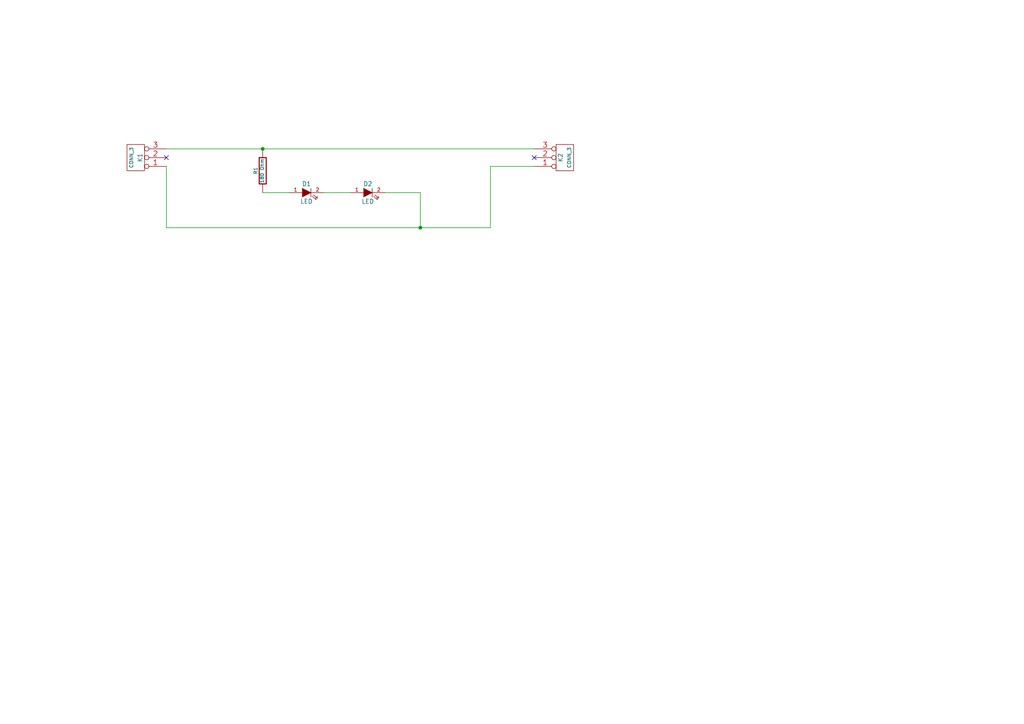
<source format=kicad_sch>
(kicad_sch (version 20230121) (generator eeschema)
  (paper "A4")
  (title_block (title "LEDLamp") (date "9/2/2015") (comment 1 "Quentin McDonald"))
  (lib_symbols
    (symbol "LEDLamp-rescue:CONN_3" (pin_names (offset 1.016) hide)
      (property "Reference" "K" (at -1.27 0 90))
      (property "Value" "CONN_3" (at 1.27 0 90))
      (symbol "CONN_3_0_1"
        (rectangle (start -2.54 3.81) (end 2.54 -3.81))
      )
      (symbol "CONN_3_1_1"
        (pin passive inverted (at -8.89 2.54 0) (length 6.35) (name "P1") (number "1"))
        (pin passive inverted (at -8.89 0 0) (length 6.35) (name "PM") (number "2"))
        (pin passive inverted (at -8.89 -2.54 0) (length 6.35) (name "P3") (number "3"))
      )
    )
    (symbol "LEDLamp-rescue:LED" (pin_names (offset 1.016) hide)
      (property "Reference" "D" (at 0 2.54 0))
      (property "Value" "LED" (at 0 -2.54 0))
      (symbol "LED_0_1"
        (polyline (pts (xy 1.27 1.27) (xy 1.27 -1.27)))
        (polyline (pts (xy -1.27 1.27) (xy 1.27 0) (xy -1.27 -1.27)) (fill (type outline)))
        (polyline (pts (xy 1.651 -1.016) (xy 2.794 -2.032) (xy 2.667 -1.397)))
        (polyline (pts (xy 2.032 -0.635) (xy 3.175 -1.651) (xy 3.048 -1.016)))
      )
      (symbol "LED_1_1"
        (pin passive line (at -5.08 0 0) (length 3.81) (name "A") (number "1"))
        (pin passive line (at 5.08 0 180) (length 3.81) (name "K") (number "2"))
      )
    )
    (symbol "LEDLamp-rescue:R" (pin_numbers hide) (pin_names (offset 0))
      (property "Reference" "R" (at 2.032 0 90))
      (property "Value" "R" (at 0.1778 0.0254 90))
      (symbol "R_0_1"
        (rectangle (start -1.016 3.81) (end 1.016 -3.81) (stroke (width 0.3048)))
      )
      (symbol "R_1_1"
        (pin passive line (at 0 6.35 270) (length 2.54) (name "~") (number "1"))
        (pin passive line (at 0 -6.35 90) (length 2.54) (name "~") (number "2"))
      )
    )
  )
  (junction (at 76.2 43.18))
  (junction (at 121.92 66.04))
  (no_connect (at 154.94 45.72))
  (no_connect (at 48.26 45.72))
  (wire (pts (xy 142.24 66.04) (xy 142.24 48.26)))
  (wire (pts (xy 76.2 43.18) (xy 154.94 43.18)))
  (wire (pts (xy 121.92 55.88) (xy 121.92 66.04)))
  (wire (pts (xy 111.76 55.88) (xy 121.92 55.88)))
  (wire (pts (xy 121.92 66.04) (xy 142.24 66.04)))
  (wire (pts (xy 48.26 66.04) (xy 121.92 66.04)))
  (wire (pts (xy 48.26 43.18) (xy 76.2 43.18)))
  (wire (pts (xy 142.24 48.26) (xy 154.94 48.26)))
  (wire (pts (xy 76.2 55.88) (xy 83.82 55.88)))
  (wire (pts (xy 48.26 48.26) (xy 48.26 66.04)))
  (wire (pts (xy 93.98 55.88) (xy 101.6 55.88)))
  (symbol (lib_id "LEDLamp-rescue:CONN_3") (at 39.37 45.72 180) (unit 1)
    (property "Reference" "K1" (at 40.64 45.72 90))
    (property "Value" "CONN_3" (at 38.1 45.72 90) (effects (font (size 1.016 1.016))))
  )
  (symbol (lib_id "LEDLamp-rescue:CONN_3") (at 163.83 45.72 0) (mirror x) (unit 1)
    (property "Reference" "K2" (at 162.56 45.72 90))
    (property "Value" "CONN_3" (at 165.1 45.72 90) (effects (font (size 1.016 1.016))))
  )
  (symbol (lib_id "LEDLamp-rescue:R") (at 76.2 49.53 180) (unit 1)
    (property "Reference" "R1" (at 74.168 49.53 90) (effects (font (size 1.016 1.016))))
    (property "Value" "180 Ohm" (at 76.0222 49.5554 90) (effects (font (size 1.016 1.016))))
  )
  (symbol (lib_id "LEDLamp-rescue:LED") (at 88.9 55.88 0) (unit 1)
    (property "Reference" "D1" (at 88.9 53.34 0))
    (property "Value" "LED" (at 88.9 58.42 0))
  )
  (symbol (lib_id "LEDLamp-rescue:LED") (at 106.68 55.88 0) (unit 1)
    (property "Reference" "D2" (at 106.68 53.34 0))
    (property "Value" "LED" (at 106.68 58.42 0))
  )
)
</source>
